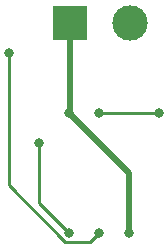
<source format=gbr>
%TF.GenerationSoftware,KiCad,Pcbnew,(6.0.11-0)*%
%TF.CreationDate,2023-02-17T15:47:51-08:00*%
%TF.ProjectId,lab4 exercise 2,6c616234-2065-4786-9572-636973652032,rev?*%
%TF.SameCoordinates,Original*%
%TF.FileFunction,Copper,L2,Bot*%
%TF.FilePolarity,Positive*%
%FSLAX46Y46*%
G04 Gerber Fmt 4.6, Leading zero omitted, Abs format (unit mm)*
G04 Created by KiCad (PCBNEW (6.0.11-0)) date 2023-02-17 15:47:51*
%MOMM*%
%LPD*%
G01*
G04 APERTURE LIST*
%TA.AperFunction,ComponentPad*%
%ADD10R,3.000000X3.000000*%
%TD*%
%TA.AperFunction,ComponentPad*%
%ADD11C,3.000000*%
%TD*%
%TA.AperFunction,ViaPad*%
%ADD12C,0.800000*%
%TD*%
%TA.AperFunction,Conductor*%
%ADD13C,0.508000*%
%TD*%
%TA.AperFunction,Conductor*%
%ADD14C,0.250000*%
%TD*%
G04 APERTURE END LIST*
D10*
%TO.P,J1,1,Pin_1*%
%TO.N,+9V*%
X139977500Y-81280000D03*
D11*
%TO.P,J1,2,Pin_2*%
%TO.N,GND*%
X145057500Y-81280000D03*
%TD*%
D12*
%TO.N,/pin_2*%
X139897500Y-99060000D03*
X137357500Y-91440000D03*
%TO.N,+9V*%
X144977500Y-99060000D03*
X139897500Y-88900000D03*
%TO.N,/pin_7*%
X134817500Y-83820000D03*
X142437500Y-99060000D03*
%TO.N,/pin_3*%
X147517500Y-88900000D03*
X142437500Y-88900000D03*
%TD*%
D13*
%TO.N,+9V*%
X139897500Y-88900000D02*
X144977500Y-93980000D01*
D14*
%TO.N,/pin_2*%
X137357500Y-91440000D02*
X137357500Y-96520000D01*
X137357500Y-96520000D02*
X139897500Y-99060000D01*
D13*
%TO.N,+9V*%
X139977500Y-88820000D02*
X139977500Y-81280000D01*
D14*
X139897500Y-88900000D02*
X139977500Y-88820000D01*
D13*
X144977500Y-93980000D02*
X144977500Y-99060000D01*
D14*
%TO.N,/pin_7*%
X139597195Y-99785000D02*
X134817500Y-95005305D01*
X141712500Y-99785000D02*
X139597195Y-99785000D01*
X134817500Y-95005305D02*
X134817500Y-83820000D01*
X142437500Y-99060000D02*
X141712500Y-99785000D01*
%TO.N,/pin_3*%
X147517500Y-88900000D02*
X142437500Y-88900000D01*
%TD*%
M02*

</source>
